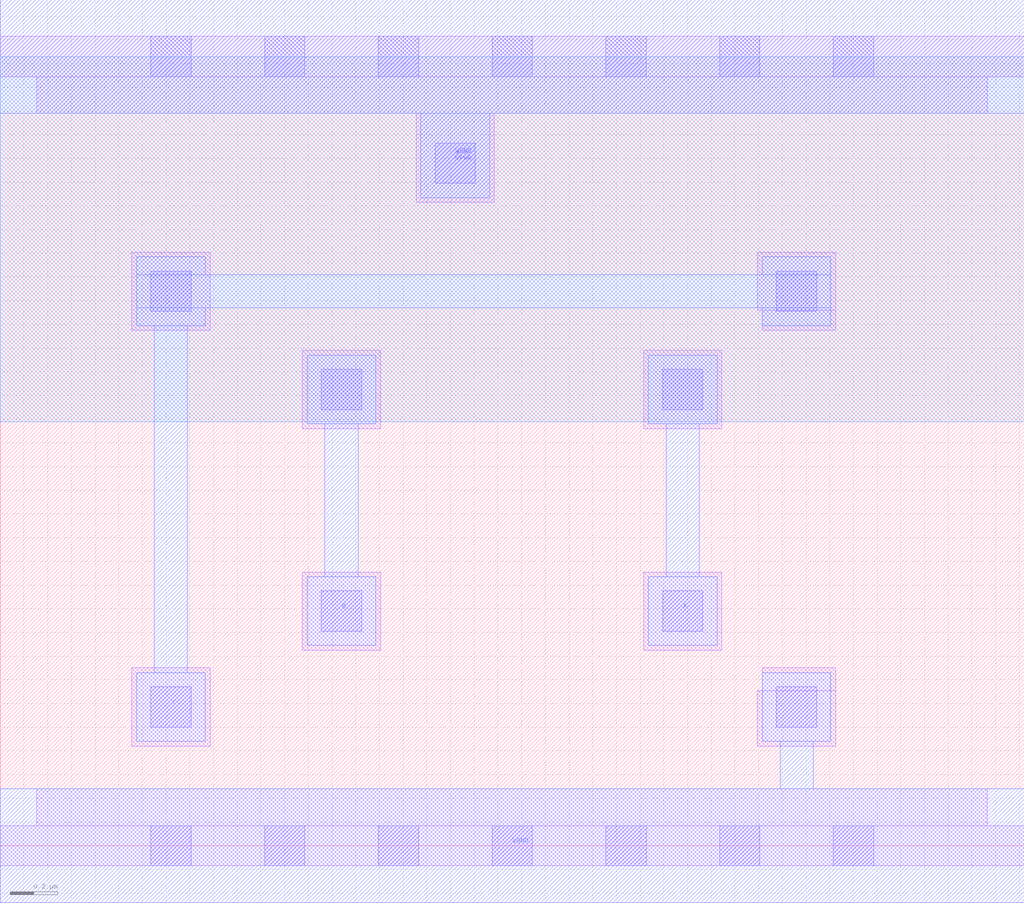
<source format=lef>
VERSION 5.7 ;
  NOWIREEXTENSIONATPIN ON ;
  DIVIDERCHAR "/" ;
  BUSBITCHARS "[]" ;
MACRO NAND2X1
  CLASS CORE ;
  FOREIGN NAND2X1 ;
  ORIGIN 0.000 0.000 ;
  SIZE 4.320 BY 3.330 ;
  SYMMETRY X Y ;
  SITE unit ;
  PIN A
    ANTENNAGATEAREA 0.189000 ;
    PORT
      LAYER met1 ;
        RECT 2.735 1.780 3.025 2.070 ;
        RECT 2.810 1.135 2.950 1.780 ;
        RECT 2.735 0.845 3.025 1.135 ;
    END
  END A
  PIN B
    ANTENNAGATEAREA 0.189000 ;
    PORT
      LAYER met1 ;
        RECT 1.295 1.780 1.585 2.070 ;
        RECT 1.370 1.135 1.510 1.780 ;
        RECT 1.295 0.845 1.585 1.135 ;
    END
  END B
  PIN VGND
    ANTENNADIFFAREA 0.352100 ;
    PORT
      LAYER met1 ;
        RECT 3.215 0.440 3.505 0.730 ;
        RECT 3.290 0.240 3.430 0.440 ;
        RECT 0.000 -0.240 4.320 0.240 ;
    END
    PORT
      LAYER met1 ;
        RECT 0.000 3.090 4.320 3.570 ;
        RECT 1.775 2.735 2.065 3.090 ;
    END
  END VGND
  PIN VPWR
    ANTENNADIFFAREA 1.083600 ;
    PORT
      LAYER li1 ;
        RECT 0.000 3.245 4.320 3.415 ;
        RECT 0.155 3.090 4.165 3.245 ;
        RECT 1.755 2.715 2.085 3.090 ;
      LAYER mcon ;
        RECT 0.635 3.245 0.805 3.415 ;
        RECT 1.115 3.245 1.285 3.415 ;
        RECT 1.595 3.245 1.765 3.415 ;
        RECT 2.075 3.245 2.245 3.415 ;
        RECT 2.555 3.245 2.725 3.415 ;
        RECT 3.035 3.245 3.205 3.415 ;
        RECT 3.515 3.245 3.685 3.415 ;
        RECT 1.835 2.795 2.005 2.965 ;
    END
  END VPWR
  PIN Y
    ANTENNADIFFAREA 1.711200 ;
    PORT
      LAYER met1 ;
        RECT 0.575 2.410 0.865 2.485 ;
        RECT 3.215 2.410 3.505 2.485 ;
        RECT 0.575 2.270 3.505 2.410 ;
        RECT 0.575 2.195 0.865 2.270 ;
        RECT 3.215 2.195 3.505 2.270 ;
        RECT 0.650 0.730 0.790 2.195 ;
        RECT 0.575 0.440 0.865 0.730 ;
    END
  END Y
  OBS
      LAYER nwell ;
        RECT 0.000 1.790 4.320 3.330 ;
      LAYER li1 ;
        RECT 0.555 2.175 0.885 2.505 ;
        RECT 3.195 2.260 3.525 2.505 ;
        RECT 3.215 2.175 3.525 2.260 ;
        RECT 1.275 1.760 1.605 2.090 ;
        RECT 2.715 1.760 3.045 2.090 ;
        RECT 1.275 0.825 1.605 1.155 ;
        RECT 2.715 0.825 3.045 1.155 ;
        RECT 0.555 0.420 0.885 0.750 ;
        RECT 3.215 0.655 3.525 0.750 ;
        RECT 3.195 0.420 3.525 0.655 ;
        RECT 0.155 0.085 4.165 0.240 ;
        RECT 0.000 -0.085 4.320 0.085 ;
      LAYER mcon ;
        RECT 0.635 2.255 0.805 2.425 ;
        RECT 3.275 2.255 3.445 2.425 ;
        RECT 1.355 1.840 1.525 2.010 ;
        RECT 2.795 1.840 2.965 2.010 ;
        RECT 1.355 0.905 1.525 1.075 ;
        RECT 2.795 0.905 2.965 1.075 ;
        RECT 0.635 0.500 0.805 0.670 ;
        RECT 3.275 0.500 3.445 0.670 ;
        RECT 0.635 -0.085 0.805 0.085 ;
        RECT 1.115 -0.085 1.285 0.085 ;
        RECT 1.595 -0.085 1.765 0.085 ;
        RECT 2.075 -0.085 2.245 0.085 ;
        RECT 2.555 -0.085 2.725 0.085 ;
        RECT 3.035 -0.085 3.205 0.085 ;
        RECT 3.515 -0.085 3.685 0.085 ;
  END
END NAND2X1
END LIBRARY


</source>
